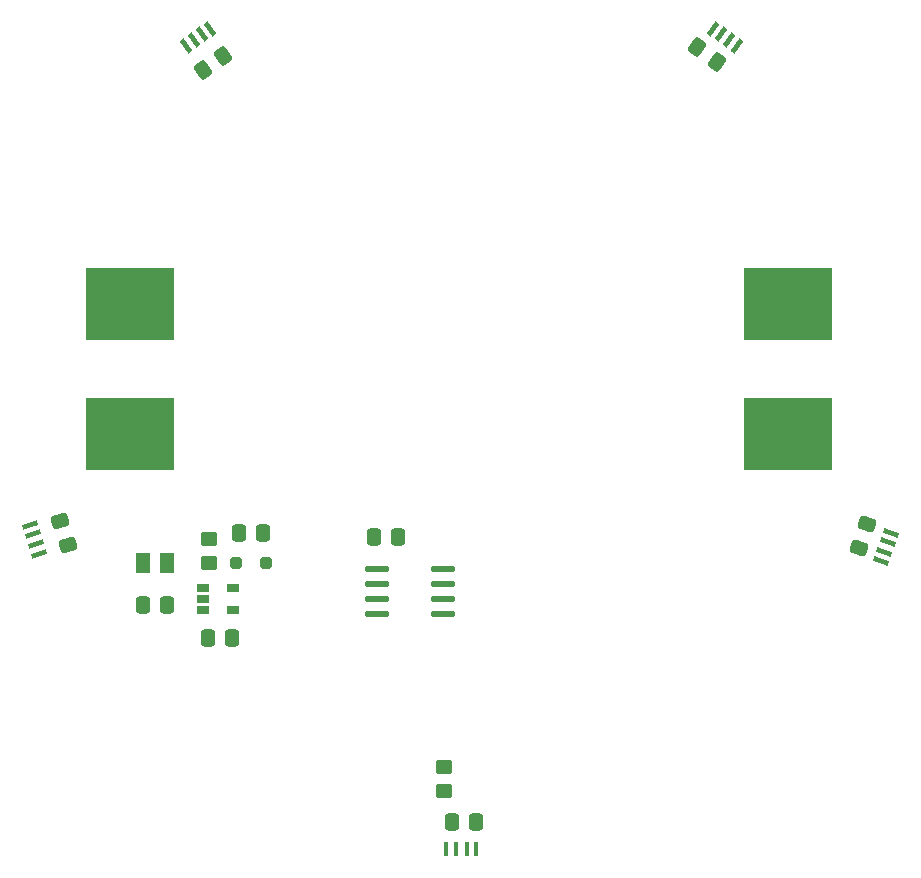
<source format=gbr>
%TF.GenerationSoftware,KiCad,Pcbnew,8.0.4*%
%TF.CreationDate,2024-08-27T18:10:04+01:00*%
%TF.ProjectId,PLAN Badge v4,504c414e-2042-4616-9467-652076342e6b,rev?*%
%TF.SameCoordinates,Original*%
%TF.FileFunction,Paste,Top*%
%TF.FilePolarity,Positive*%
%FSLAX46Y46*%
G04 Gerber Fmt 4.6, Leading zero omitted, Abs format (unit mm)*
G04 Created by KiCad (PCBNEW 8.0.4) date 2024-08-27 18:10:04*
%MOMM*%
%LPD*%
G01*
G04 APERTURE LIST*
G04 Aperture macros list*
%AMRoundRect*
0 Rectangle with rounded corners*
0 $1 Rounding radius*
0 $2 $3 $4 $5 $6 $7 $8 $9 X,Y pos of 4 corners*
0 Add a 4 corners polygon primitive as box body*
4,1,4,$2,$3,$4,$5,$6,$7,$8,$9,$2,$3,0*
0 Add four circle primitives for the rounded corners*
1,1,$1+$1,$2,$3*
1,1,$1+$1,$4,$5*
1,1,$1+$1,$6,$7*
1,1,$1+$1,$8,$9*
0 Add four rect primitives between the rounded corners*
20,1,$1+$1,$2,$3,$4,$5,0*
20,1,$1+$1,$4,$5,$6,$7,0*
20,1,$1+$1,$6,$7,$8,$9,0*
20,1,$1+$1,$8,$9,$2,$3,0*%
%AMRotRect*
0 Rectangle, with rotation*
0 The origin of the aperture is its center*
0 $1 length*
0 $2 width*
0 $3 Rotation angle, in degrees counterclockwise*
0 Add horizontal line*
21,1,$1,$2,0,0,$3*%
G04 Aperture macros list end*
%ADD10RoundRect,0.250000X0.250000X0.250000X-0.250000X0.250000X-0.250000X-0.250000X0.250000X-0.250000X0*%
%ADD11RotRect,0.420000X1.300000X108.000000*%
%ADD12RotRect,0.420000X1.300000X288.000000*%
%ADD13R,1.200000X1.800000*%
%ADD14RoundRect,0.250000X-0.337500X-0.475000X0.337500X-0.475000X0.337500X0.475000X-0.337500X0.475000X0*%
%ADD15R,0.420000X1.300000*%
%ADD16RoundRect,0.250000X0.337500X0.475000X-0.337500X0.475000X-0.337500X-0.475000X0.337500X-0.475000X0*%
%ADD17RoundRect,0.250000X-0.339242X0.473757X-0.559001X-0.164468X0.339242X-0.473757X0.559001X0.164468X0*%
%ADD18R,7.450000X6.100000*%
%ADD19RoundRect,0.250000X0.006155X-0.582661X0.552241X-0.185906X-0.006155X0.582661X-0.552241X0.185906X0*%
%ADD20RoundRect,0.250000X0.450000X-0.350000X0.450000X0.350000X-0.450000X0.350000X-0.450000X-0.350000X0*%
%ADD21O,2.050000X0.590000*%
%ADD22RotRect,0.420000X1.300000X324.000000*%
%ADD23RotRect,0.420000X1.300000X144.000000*%
%ADD24R,1.100000X0.700000*%
%ADD25RotRect,0.420000X1.300000X36.000000*%
%ADD26RotRect,0.420000X1.300000X216.000000*%
%ADD27RotRect,0.420000X1.300000X251.000000*%
%ADD28RotRect,0.420000X1.300000X71.000000*%
%ADD29RoundRect,0.250000X-0.450000X0.350000X-0.450000X-0.350000X0.450000X-0.350000X0.450000X0.350000X0*%
%ADD30RoundRect,0.250000X0.556045X-0.174199X0.347459X0.467765X-0.556045X0.174199X-0.347459X-0.467765X0*%
%ADD31RoundRect,0.250000X-0.552241X-0.185906X-0.006155X-0.582661X0.552241X0.185906X0.006155X0.582661X0*%
G04 APERTURE END LIST*
D10*
%TO.C,D1*%
X123444701Y-113667800D03*
X120944701Y-113667800D03*
%TD*%
D11*
%TO.C,LED3*%
X103484105Y-110468683D03*
D12*
X103743680Y-111267571D03*
X104009434Y-112085479D03*
X104269009Y-112884367D03*
%TD*%
D13*
%TO.C,L1*%
X113066706Y-113667810D03*
X115066706Y-113667810D03*
%TD*%
D14*
%TO.C,C3*%
X121157202Y-111127794D03*
X123232202Y-111127794D03*
%TD*%
D15*
%TO.C,LED5*%
X138746837Y-137933955D03*
X139586837Y-137933955D03*
X140446837Y-137933955D03*
X141286837Y-137933955D03*
%TD*%
D16*
%TO.C,C6*%
X134662197Y-111508804D03*
X132587197Y-111508804D03*
%TD*%
D17*
%TO.C,C5*%
X174371122Y-110411025D03*
X173695568Y-112372977D03*
%TD*%
D18*
%TO.C,BT1*%
X111946843Y-102733826D03*
X167686843Y-102733826D03*
X167686843Y-91733826D03*
X111946843Y-91733826D03*
%TD*%
D14*
%TO.C,C7*%
X118525002Y-120000017D03*
X120600002Y-120000017D03*
%TD*%
D19*
%TO.C,C1*%
X118128799Y-71974982D03*
X119807509Y-70755328D03*
%TD*%
D20*
%TO.C,R1*%
X118638691Y-113651814D03*
X118638691Y-111651814D03*
%TD*%
D21*
%TO.C,U1*%
X132886705Y-114170819D03*
X132886705Y-115450819D03*
X132886705Y-116710819D03*
X132886705Y-117980819D03*
X138426705Y-117980819D03*
X138426705Y-116710819D03*
X138426705Y-115450819D03*
X138426705Y-114170819D03*
%TD*%
D22*
%TO.C,LED2*%
X163380199Y-69937569D03*
D23*
X162700624Y-69443830D03*
X162004870Y-68938334D03*
X161325295Y-68444595D03*
%TD*%
D16*
%TO.C,C9*%
X141286772Y-135653352D03*
X139211772Y-135653352D03*
%TD*%
D24*
%TO.C,U2*%
X118090712Y-115765799D03*
X118090712Y-116715799D03*
X118090712Y-117665799D03*
X120670712Y-117665799D03*
X120670712Y-115765799D03*
%TD*%
D25*
%TO.C,LED1*%
X118708359Y-68444595D03*
D26*
X118028784Y-68938334D03*
X117333030Y-69443830D03*
X116653455Y-69937569D03*
%TD*%
D14*
%TO.C,C8*%
X113029203Y-117223794D03*
X115104203Y-117223794D03*
%TD*%
D27*
%TO.C,LED4*%
X175533207Y-113506265D03*
D28*
X175806685Y-112712028D03*
X176086673Y-111898882D03*
X176360151Y-111104645D03*
%TD*%
D29*
%TO.C,R2*%
X138577705Y-130955803D03*
X138577705Y-132955803D03*
%TD*%
D30*
%TO.C,C4*%
X106691357Y-112119910D03*
X106050147Y-110146468D03*
%TD*%
D31*
%TO.C,C2*%
X159940059Y-70014561D03*
X161618769Y-71234215D03*
%TD*%
M02*

</source>
